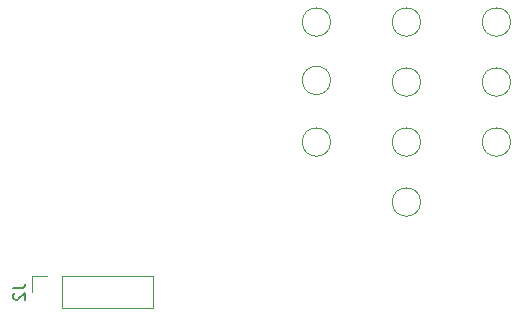
<source format=gbo>
G04 #@! TF.GenerationSoftware,KiCad,Pcbnew,6.0.11*
G04 #@! TF.CreationDate,2023-04-26T05:07:28-07:00*
G04 #@! TF.ProjectId,ldrd,6c647264-2e6b-4696-9361-645f70636258,rev?*
G04 #@! TF.SameCoordinates,Original*
G04 #@! TF.FileFunction,Legend,Bot*
G04 #@! TF.FilePolarity,Positive*
%FSLAX46Y46*%
G04 Gerber Fmt 4.6, Leading zero omitted, Abs format (unit mm)*
G04 Created by KiCad (PCBNEW 6.0.11) date 2023-04-26 05:07:28*
%MOMM*%
%LPD*%
G01*
G04 APERTURE LIST*
%ADD10C,0.150000*%
%ADD11C,0.120000*%
%ADD12C,3.500000*%
%ADD13R,2.000000X2.000000*%
%ADD14C,2.000000*%
%ADD15R,3.200000X2.000000*%
%ADD16R,1.800000X1.800000*%
%ADD17C,1.800000*%
%ADD18R,1.700000X1.700000*%
%ADD19O,1.700000X1.700000*%
%ADD20C,0.650000*%
%ADD21O,1.600000X1.000000*%
%ADD22O,2.100000X1.000000*%
G04 APERTURE END LIST*
D10*
X115242380Y-146986666D02*
X115956666Y-146986666D01*
X116099523Y-146939047D01*
X116194761Y-146843809D01*
X116242380Y-146700952D01*
X116242380Y-146605714D01*
X115337619Y-147415238D02*
X115290000Y-147462857D01*
X115242380Y-147558095D01*
X115242380Y-147796190D01*
X115290000Y-147891428D01*
X115337619Y-147939047D01*
X115432857Y-147986666D01*
X115528095Y-147986666D01*
X115670952Y-147939047D01*
X116242380Y-147367619D01*
X116242380Y-147986666D01*
D11*
X142100000Y-124460000D02*
G75*
G03*
X142100000Y-124460000I-1200000J0D01*
G01*
X157340000Y-124460000D02*
G75*
G03*
X157340000Y-124460000I-1200000J0D01*
G01*
X157340000Y-134620000D02*
G75*
G03*
X157340000Y-134620000I-1200000J0D01*
G01*
X142100000Y-134620000D02*
G75*
G03*
X142100000Y-134620000I-1200000J0D01*
G01*
X142100000Y-129400000D02*
G75*
G03*
X142100000Y-129400000I-1200000J0D01*
G01*
X149720000Y-134620000D02*
G75*
G03*
X149720000Y-134620000I-1200000J0D01*
G01*
X149720000Y-139700000D02*
G75*
G03*
X149720000Y-139700000I-1200000J0D01*
G01*
X157340000Y-129540000D02*
G75*
G03*
X157340000Y-129540000I-1200000J0D01*
G01*
X149720000Y-129540000D02*
G75*
G03*
X149720000Y-129540000I-1200000J0D01*
G01*
X116790000Y-145990000D02*
X116790000Y-147320000D01*
X118120000Y-145990000D02*
X116790000Y-145990000D01*
X119390000Y-148650000D02*
X127070000Y-148650000D01*
X119390000Y-145990000D02*
X119390000Y-148650000D01*
X119390000Y-145990000D02*
X127070000Y-145990000D01*
X127070000Y-145990000D02*
X127070000Y-148650000D01*
X149720000Y-124460000D02*
G75*
G03*
X149720000Y-124460000I-1200000J0D01*
G01*
%LPC*%
D12*
X106200000Y-97040000D03*
X233680000Y-53340000D03*
X233680000Y-146530000D03*
D13*
X215980000Y-130000000D03*
D14*
X215980000Y-135000000D03*
X215980000Y-132500000D03*
D15*
X223480000Y-126900000D03*
X223480000Y-138100000D03*
D14*
X230480000Y-135000000D03*
X230480000Y-130000000D03*
D12*
X181200000Y-66040000D03*
D14*
X230020000Y-114590000D03*
X223520000Y-114590000D03*
X223520000Y-119090000D03*
X230020000Y-119090000D03*
D12*
X181200000Y-97040000D03*
X106200000Y-66040000D03*
D16*
X227335000Y-103535000D03*
D17*
X224795000Y-103535000D03*
D12*
X104140000Y-53340000D03*
X104160000Y-146290000D03*
D18*
X132080000Y-71120000D03*
D19*
X132080000Y-73660000D03*
X132080000Y-76200000D03*
X132080000Y-78740000D03*
D20*
X106385000Y-138010000D03*
X106385000Y-132230000D03*
D21*
X102735000Y-139440000D03*
X102735000Y-130800000D03*
D22*
X106885000Y-130800000D03*
X106885000Y-139440000D03*
D14*
X140900000Y-124460000D03*
X156140000Y-124460000D03*
X156140000Y-134620000D03*
X140900000Y-134620000D03*
X140900000Y-129400000D03*
X148520000Y-134620000D03*
X148520000Y-139700000D03*
X156140000Y-129540000D03*
X148520000Y-129540000D03*
D18*
X118120000Y-147320000D03*
D19*
X120660000Y-147320000D03*
X123200000Y-147320000D03*
X125740000Y-147320000D03*
D14*
X148520000Y-124460000D03*
M02*

</source>
